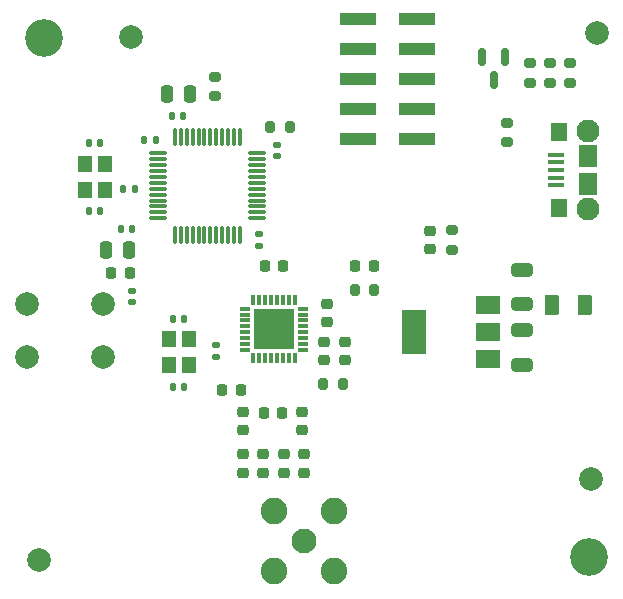
<source format=gbr>
%TF.GenerationSoftware,KiCad,Pcbnew,(6.0.4)*%
%TF.CreationDate,2022-08-12T18:00:07-03:00*%
%TF.ProjectId,rf-system-receiver,72662d73-7973-4746-956d-2d7265636569,rev?*%
%TF.SameCoordinates,Original*%
%TF.FileFunction,Soldermask,Top*%
%TF.FilePolarity,Negative*%
%FSLAX46Y46*%
G04 Gerber Fmt 4.6, Leading zero omitted, Abs format (unit mm)*
G04 Created by KiCad (PCBNEW (6.0.4)) date 2022-08-12 18:00:07*
%MOMM*%
%LPD*%
G01*
G04 APERTURE LIST*
G04 Aperture macros list*
%AMRoundRect*
0 Rectangle with rounded corners*
0 $1 Rounding radius*
0 $2 $3 $4 $5 $6 $7 $8 $9 X,Y pos of 4 corners*
0 Add a 4 corners polygon primitive as box body*
4,1,4,$2,$3,$4,$5,$6,$7,$8,$9,$2,$3,0*
0 Add four circle primitives for the rounded corners*
1,1,$1+$1,$2,$3*
1,1,$1+$1,$4,$5*
1,1,$1+$1,$6,$7*
1,1,$1+$1,$8,$9*
0 Add four rect primitives between the rounded corners*
20,1,$1+$1,$2,$3,$4,$5,0*
20,1,$1+$1,$4,$5,$6,$7,0*
20,1,$1+$1,$6,$7,$8,$9,0*
20,1,$1+$1,$8,$9,$2,$3,0*%
G04 Aperture macros list end*
%ADD10C,2.000000*%
%ADD11RoundRect,0.075000X-0.662500X-0.075000X0.662500X-0.075000X0.662500X0.075000X-0.662500X0.075000X0*%
%ADD12RoundRect,0.075000X-0.075000X-0.662500X0.075000X-0.662500X0.075000X0.662500X-0.075000X0.662500X0*%
%ADD13RoundRect,0.140000X-0.170000X0.140000X-0.170000X-0.140000X0.170000X-0.140000X0.170000X0.140000X0*%
%ADD14RoundRect,0.250000X-0.650000X0.325000X-0.650000X-0.325000X0.650000X-0.325000X0.650000X0.325000X0*%
%ADD15RoundRect,0.218750X-0.218750X-0.256250X0.218750X-0.256250X0.218750X0.256250X-0.218750X0.256250X0*%
%ADD16RoundRect,0.225000X0.225000X0.250000X-0.225000X0.250000X-0.225000X-0.250000X0.225000X-0.250000X0*%
%ADD17RoundRect,0.218750X-0.256250X0.218750X-0.256250X-0.218750X0.256250X-0.218750X0.256250X0.218750X0*%
%ADD18RoundRect,0.218750X0.218750X0.256250X-0.218750X0.256250X-0.218750X-0.256250X0.218750X-0.256250X0*%
%ADD19RoundRect,0.135000X-0.135000X-0.185000X0.135000X-0.185000X0.135000X0.185000X-0.135000X0.185000X0*%
%ADD20RoundRect,0.225000X0.250000X-0.225000X0.250000X0.225000X-0.250000X0.225000X-0.250000X-0.225000X0*%
%ADD21R,3.150000X1.000000*%
%ADD22RoundRect,0.200000X0.200000X0.275000X-0.200000X0.275000X-0.200000X-0.275000X0.200000X-0.275000X0*%
%ADD23RoundRect,0.225000X-0.225000X-0.250000X0.225000X-0.250000X0.225000X0.250000X-0.225000X0.250000X0*%
%ADD24C,2.100000*%
%ADD25C,2.250000*%
%ADD26RoundRect,0.200000X-0.200000X-0.275000X0.200000X-0.275000X0.200000X0.275000X-0.200000X0.275000X0*%
%ADD27RoundRect,0.250000X0.375000X0.625000X-0.375000X0.625000X-0.375000X-0.625000X0.375000X-0.625000X0*%
%ADD28RoundRect,0.250000X-0.250000X-0.475000X0.250000X-0.475000X0.250000X0.475000X-0.250000X0.475000X0*%
%ADD29RoundRect,0.225000X-0.250000X0.225000X-0.250000X-0.225000X0.250000X-0.225000X0.250000X0.225000X0*%
%ADD30RoundRect,0.218750X0.256250X-0.218750X0.256250X0.218750X-0.256250X0.218750X-0.256250X-0.218750X0*%
%ADD31RoundRect,0.140000X-0.140000X-0.170000X0.140000X-0.170000X0.140000X0.170000X-0.140000X0.170000X0*%
%ADD32RoundRect,0.200000X0.275000X-0.200000X0.275000X0.200000X-0.275000X0.200000X-0.275000X-0.200000X0*%
%ADD33R,0.300000X0.850000*%
%ADD34R,0.850000X0.300000*%
%ADD35R,3.400000X3.400000*%
%ADD36RoundRect,0.135000X0.185000X-0.135000X0.185000X0.135000X-0.185000X0.135000X-0.185000X-0.135000X0*%
%ADD37R,2.000000X1.500000*%
%ADD38R,2.000000X3.800000*%
%ADD39R,1.200000X1.400000*%
%ADD40RoundRect,0.140000X0.140000X0.170000X-0.140000X0.170000X-0.140000X-0.170000X0.140000X-0.170000X0*%
%ADD41C,3.200000*%
%ADD42R,1.350000X0.400000*%
%ADD43C,1.950000*%
%ADD44R,1.400000X1.600000*%
%ADD45R,1.600000X1.900000*%
%ADD46RoundRect,0.250000X0.250000X0.475000X-0.250000X0.475000X-0.250000X-0.475000X0.250000X-0.475000X0*%
%ADD47RoundRect,0.200000X-0.275000X0.200000X-0.275000X-0.200000X0.275000X-0.200000X0.275000X0.200000X0*%
%ADD48RoundRect,0.150000X-0.150000X0.587500X-0.150000X-0.587500X0.150000X-0.587500X0.150000X0.587500X0*%
%ADD49RoundRect,0.250000X0.650000X-0.325000X0.650000X0.325000X-0.650000X0.325000X-0.650000X-0.325000X0*%
G04 APERTURE END LIST*
D10*
%TO.C,SW1*%
X118050000Y-62020000D03*
X124550000Y-62020000D03*
X124550000Y-66520000D03*
X118050000Y-66520000D03*
%TD*%
D11*
%TO.C,U1*%
X129187500Y-49250000D03*
X129187500Y-49750000D03*
X129187500Y-50250000D03*
X129187500Y-50750000D03*
X129187500Y-51250000D03*
X129187500Y-51750000D03*
X129187500Y-52250000D03*
X129187500Y-52750000D03*
X129187500Y-53250000D03*
X129187500Y-53750000D03*
X129187500Y-54250000D03*
X129187500Y-54750000D03*
D12*
X130600000Y-56162500D03*
X131100000Y-56162500D03*
X131600000Y-56162500D03*
X132100000Y-56162500D03*
X132600000Y-56162500D03*
X133100000Y-56162500D03*
X133600000Y-56162500D03*
X134100000Y-56162500D03*
X134600000Y-56162500D03*
X135100000Y-56162500D03*
X135600000Y-56162500D03*
X136100000Y-56162500D03*
D11*
X137512500Y-54750000D03*
X137512500Y-54250000D03*
X137512500Y-53750000D03*
X137512500Y-53250000D03*
X137512500Y-52750000D03*
X137512500Y-52250000D03*
X137512500Y-51750000D03*
X137512500Y-51250000D03*
X137512500Y-50750000D03*
X137512500Y-50250000D03*
X137512500Y-49750000D03*
X137512500Y-49250000D03*
D12*
X136100000Y-47837500D03*
X135600000Y-47837500D03*
X135100000Y-47837500D03*
X134600000Y-47837500D03*
X134100000Y-47837500D03*
X133600000Y-47837500D03*
X133100000Y-47837500D03*
X132600000Y-47837500D03*
X132100000Y-47837500D03*
X131600000Y-47837500D03*
X131100000Y-47837500D03*
X130600000Y-47837500D03*
%TD*%
D13*
%TO.C,C15*%
X139250000Y-48520000D03*
X139250000Y-49480000D03*
%TD*%
D14*
%TO.C,C8*%
X160000000Y-64200000D03*
X160000000Y-67150000D03*
%TD*%
D15*
%TO.C,FB1*%
X125212500Y-59400000D03*
X126787500Y-59400000D03*
%TD*%
D16*
%TO.C,C7*%
X136175000Y-69300000D03*
X134625000Y-69300000D03*
%TD*%
D17*
%TO.C,L2*%
X139800000Y-74712500D03*
X139800000Y-76287500D03*
%TD*%
D18*
%TO.C,D1*%
X147462500Y-58800000D03*
X145887500Y-58800000D03*
%TD*%
D19*
%TO.C,R5*%
X126190000Y-52250000D03*
X127210000Y-52250000D03*
%TD*%
D20*
%TO.C,C10*%
X141400000Y-72675000D03*
X141400000Y-71125000D03*
%TD*%
D10*
%TO.C,FID4*%
X166300000Y-39100000D03*
%TD*%
D21*
%TO.C,J3*%
X151125000Y-48080000D03*
X146075000Y-48080000D03*
X151125000Y-45540000D03*
X146075000Y-45540000D03*
X151125000Y-43000000D03*
X146075000Y-43000000D03*
X151125000Y-40460000D03*
X146075000Y-40460000D03*
X151125000Y-37920000D03*
X146075000Y-37920000D03*
%TD*%
D22*
%TO.C,R2*%
X144825000Y-68800000D03*
X143175000Y-68800000D03*
%TD*%
D23*
%TO.C,C1*%
X138225000Y-58797745D03*
X139775000Y-58797745D03*
%TD*%
D24*
%TO.C,J2*%
X141500000Y-82100000D03*
D25*
X144050000Y-84650000D03*
X144050000Y-79550000D03*
X138950000Y-79550000D03*
X138950000Y-84650000D03*
%TD*%
D13*
%TO.C,C23*%
X127000000Y-60920000D03*
X127000000Y-61880000D03*
%TD*%
D26*
%TO.C,R6*%
X138675000Y-47000000D03*
X140325000Y-47000000D03*
%TD*%
D27*
%TO.C,F1*%
X165300000Y-62075000D03*
X162500000Y-62075000D03*
%TD*%
D28*
%TO.C,C14*%
X129950000Y-44200000D03*
X131850000Y-44200000D03*
%TD*%
D10*
%TO.C,FID2*%
X165800000Y-76800000D03*
%TD*%
D29*
%TO.C,C13*%
X141500000Y-74725000D03*
X141500000Y-76275000D03*
%TD*%
D30*
%TO.C,L3*%
X138100000Y-76287500D03*
X138100000Y-74712500D03*
%TD*%
D31*
%TO.C,C19*%
X123320000Y-48400000D03*
X124280000Y-48400000D03*
%TD*%
D22*
%TO.C,R3*%
X147500000Y-60800000D03*
X145850000Y-60800000D03*
%TD*%
D32*
%TO.C,R9*%
X164090000Y-43292500D03*
X164090000Y-41642500D03*
%TD*%
D31*
%TO.C,C4*%
X130440000Y-63285000D03*
X131400000Y-63285000D03*
%TD*%
D33*
%TO.C,IC1*%
X140750000Y-61700000D03*
X140250000Y-61700000D03*
X139750000Y-61700000D03*
X139250000Y-61700000D03*
X138750000Y-61700000D03*
X138250000Y-61700000D03*
X137750000Y-61700000D03*
X137250000Y-61700000D03*
D34*
X136550000Y-62400000D03*
X136550000Y-62900000D03*
X136550000Y-63400000D03*
X136550000Y-63900000D03*
X136550000Y-64400000D03*
X136550000Y-64900000D03*
X136550000Y-65400000D03*
X136550000Y-65900000D03*
D33*
X137250000Y-66600000D03*
X137750000Y-66600000D03*
X138250000Y-66600000D03*
X138750000Y-66600000D03*
X139250000Y-66600000D03*
X139750000Y-66600000D03*
X140250000Y-66600000D03*
X140750000Y-66600000D03*
D34*
X141450000Y-65900000D03*
X141450000Y-65400000D03*
X141450000Y-64900000D03*
X141450000Y-64400000D03*
X141450000Y-63900000D03*
X141450000Y-63400000D03*
X141450000Y-62900000D03*
X141450000Y-62400000D03*
D35*
X139000000Y-64150000D03*
%TD*%
D36*
%TO.C,R1*%
X134070000Y-66520000D03*
X134070000Y-65500000D03*
%TD*%
D18*
%TO.C,L1*%
X139687500Y-71200000D03*
X138112500Y-71200000D03*
%TD*%
D29*
%TO.C,C11*%
X136400000Y-71125000D03*
X136400000Y-72675000D03*
%TD*%
D37*
%TO.C,U2*%
X157150000Y-66675000D03*
D38*
X150850000Y-64375000D03*
D37*
X157150000Y-64375000D03*
X157150000Y-62075000D03*
%TD*%
D32*
%TO.C,R7*%
X154093750Y-57425000D03*
X154093750Y-55775000D03*
%TD*%
D39*
%TO.C,X2*%
X122950000Y-50150000D03*
X122950000Y-52350000D03*
X124650000Y-52350000D03*
X124650000Y-50150000D03*
%TD*%
D29*
%TO.C,C6*%
X143200000Y-65225000D03*
X143200000Y-66775000D03*
%TD*%
D40*
%TO.C,C20*%
X124280000Y-54100000D03*
X123320000Y-54100000D03*
%TD*%
D29*
%TO.C,C12*%
X136400000Y-74725000D03*
X136400000Y-76275000D03*
%TD*%
D41*
%TO.C,H1*%
X119500000Y-39500000D03*
%TD*%
D40*
%TO.C,C22*%
X126980000Y-55650000D03*
X126020000Y-55650000D03*
%TD*%
D42*
%TO.C,J1*%
X162890000Y-51967500D03*
X162890000Y-51317500D03*
X162890000Y-50667500D03*
X162890000Y-50017500D03*
X162890000Y-49367500D03*
D43*
X165565000Y-53967500D03*
X165565000Y-47367500D03*
D44*
X163115000Y-53867500D03*
D45*
X165565000Y-51867500D03*
X165565000Y-49467500D03*
D44*
X163115000Y-47467500D03*
%TD*%
D39*
%TO.C,X1*%
X130070000Y-64995000D03*
X130070000Y-67195000D03*
X131770000Y-67195000D03*
X131770000Y-64995000D03*
%TD*%
D10*
%TO.C,FID3*%
X119100000Y-83700000D03*
%TD*%
D46*
%TO.C,C21*%
X126700000Y-57400000D03*
X124800000Y-57400000D03*
%TD*%
D47*
%TO.C,R10*%
X160690000Y-41642500D03*
X160690000Y-43292500D03*
%TD*%
D20*
%TO.C,C3*%
X143500000Y-63522745D03*
X143500000Y-61972745D03*
%TD*%
D48*
%TO.C,Q1*%
X158540000Y-41130000D03*
X156640000Y-41130000D03*
X157590000Y-43005000D03*
%TD*%
D32*
%TO.C,R8*%
X158690000Y-48292500D03*
X158690000Y-46642500D03*
%TD*%
D40*
%TO.C,C18*%
X128980000Y-48100000D03*
X128020000Y-48100000D03*
%TD*%
D10*
%TO.C,FID1*%
X126900000Y-39400000D03*
%TD*%
D31*
%TO.C,C17*%
X130320000Y-46100000D03*
X131280000Y-46100000D03*
%TD*%
D32*
%TO.C,R4*%
X134000000Y-44425000D03*
X134000000Y-42775000D03*
%TD*%
D47*
%TO.C,R11*%
X162390000Y-41642500D03*
X162390000Y-43292500D03*
%TD*%
D30*
%TO.C,D2*%
X152193750Y-57387500D03*
X152193750Y-55812500D03*
%TD*%
D49*
%TO.C,C2*%
X160000000Y-62050000D03*
X160000000Y-59100000D03*
%TD*%
D40*
%TO.C,C5*%
X131400000Y-69035000D03*
X130440000Y-69035000D03*
%TD*%
D41*
%TO.C,H3*%
X165700000Y-83400000D03*
%TD*%
D13*
%TO.C,C16*%
X137750000Y-56120000D03*
X137750000Y-57080000D03*
%TD*%
D29*
%TO.C,C9*%
X145000000Y-65225000D03*
X145000000Y-66775000D03*
%TD*%
M02*

</source>
